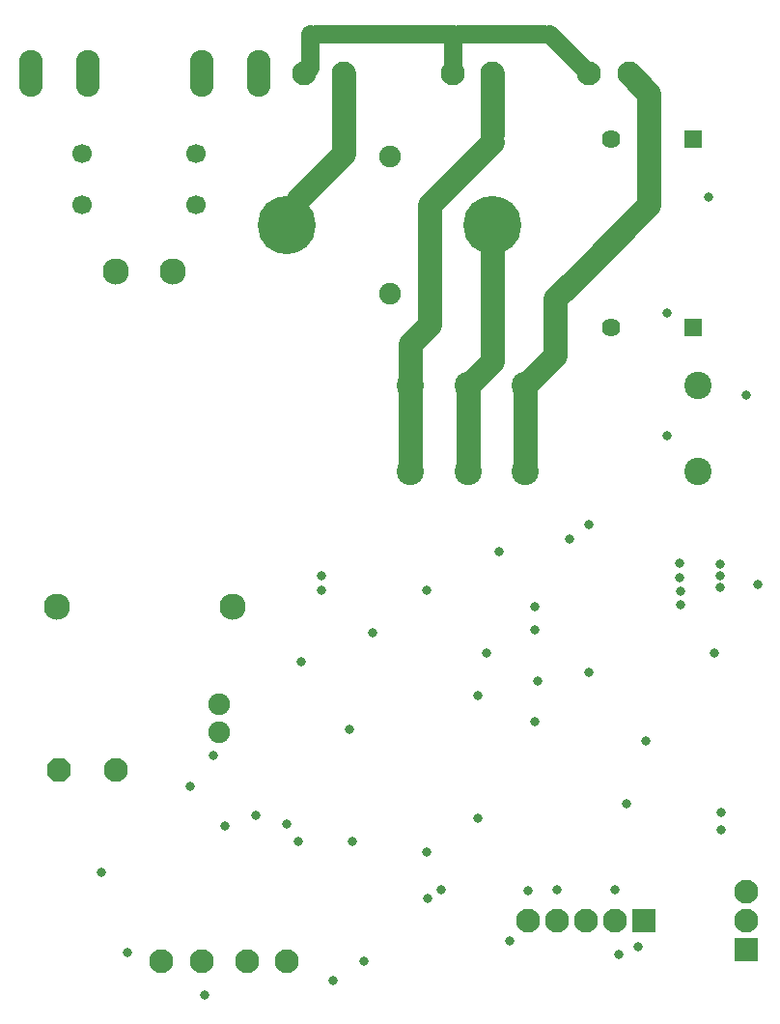
<source format=gbs>
G04 Layer_Color=16711935*
%FSLAX25Y25*%
%MOIN*%
G70*
G01*
G75*
%ADD52C,0.09055*%
%ADD79C,0.08268*%
%ADD80R,0.08268X0.08268*%
%ADD81R,0.08268X0.08268*%
%ADD82O,0.08268X0.16142*%
%ADD83R,0.06394X0.06394*%
%ADD84C,0.06394*%
%ADD85C,0.20079*%
%ADD86C,0.07480*%
%ADD87C,0.06693*%
%ADD88P,0.08949X8X22.5*%
%ADD89C,0.09449*%
%ADD90C,0.03150*%
%ADD91C,0.08268*%
%ADD92C,0.06299*%
D52*
X18898Y137008D02*
D03*
X79528D02*
D03*
X39370Y252756D02*
D03*
X59055D02*
D03*
D79*
X68898Y14764D02*
D03*
X55118D02*
D03*
X201772Y28543D02*
D03*
X211772D02*
D03*
X191772D02*
D03*
X181772D02*
D03*
X256890D02*
D03*
Y38543D02*
D03*
X98425Y14764D02*
D03*
X84646D02*
D03*
X202756Y320866D02*
D03*
X216535D02*
D03*
X155512D02*
D03*
X169291D02*
D03*
X104331D02*
D03*
X118110D02*
D03*
X39370Y80709D02*
D03*
D80*
X221772Y28543D02*
D03*
D81*
X256890Y18543D02*
D03*
D82*
X88583Y320866D02*
D03*
X68898D02*
D03*
X29528D02*
D03*
X9843D02*
D03*
D83*
X238779Y233465D02*
D03*
Y298425D02*
D03*
D84*
X210434Y233464D02*
D03*
Y298425D02*
D03*
D85*
X169291Y268701D02*
D03*
X98425D02*
D03*
D86*
X133858Y245079D02*
D03*
Y292323D02*
D03*
X74803Y93504D02*
D03*
Y103347D02*
D03*
D87*
X27559Y275590D02*
D03*
X66929D02*
D03*
X27559Y293307D02*
D03*
X66929D02*
D03*
D88*
X19685Y80709D02*
D03*
D89*
X160945Y183543D02*
D03*
X180787D02*
D03*
X240315Y213307D02*
D03*
Y183543D02*
D03*
X141102D02*
D03*
X180787Y213307D02*
D03*
X160945D02*
D03*
X141102D02*
D03*
D90*
X164370Y63976D02*
D03*
X102362Y56102D02*
D03*
X121063D02*
D03*
X146850Y36220D02*
D03*
X151575Y39370D02*
D03*
X69882Y2953D02*
D03*
X114173Y7874D02*
D03*
X202756Y165354D02*
D03*
X195866Y160433D02*
D03*
X229528Y196063D02*
D03*
X127953Y127953D02*
D03*
X260827Y144473D02*
D03*
X257087Y209842D02*
D03*
X110256Y142736D02*
D03*
X185039Y111221D02*
D03*
X146653Y142717D02*
D03*
X110236Y147638D02*
D03*
X171555Y155905D02*
D03*
X191772Y39213D02*
D03*
X211772D02*
D03*
X181772Y39055D02*
D03*
X246063Y121063D02*
D03*
X184055Y128937D02*
D03*
Y136811D02*
D03*
X64961Y74803D02*
D03*
X72835Y85630D02*
D03*
X34449Y45276D02*
D03*
X87598Y64961D02*
D03*
X76968Y61221D02*
D03*
X175197Y21654D02*
D03*
X98425Y62008D02*
D03*
X120079Y94488D02*
D03*
X103347Y118110D02*
D03*
X146653Y52165D02*
D03*
X184055Y97441D02*
D03*
X164370Y106299D02*
D03*
X222441Y90551D02*
D03*
X202756Y114173D02*
D03*
X167323Y121063D02*
D03*
X43307Y17717D02*
D03*
X125000Y14764D02*
D03*
X215551Y68898D02*
D03*
X212913Y17047D02*
D03*
X219488Y19685D02*
D03*
X248425Y59842D02*
D03*
Y65945D02*
D03*
X229528Y238189D02*
D03*
X108268Y334646D02*
D03*
X118110D02*
D03*
X127953D02*
D03*
X137795D02*
D03*
X147638D02*
D03*
X157480D02*
D03*
X167323D02*
D03*
X177165D02*
D03*
X187008D02*
D03*
X196850Y326772D02*
D03*
X118110Y314567D02*
D03*
Y307087D02*
D03*
Y299213D02*
D03*
X114961Y290158D02*
D03*
X107087Y282283D02*
D03*
X155512Y283465D02*
D03*
X147638Y275591D02*
D03*
Y264567D02*
D03*
Y254331D02*
D03*
X147244Y244094D02*
D03*
X144882Y231102D02*
D03*
X140551Y221654D02*
D03*
X141102Y198425D02*
D03*
X160945Y198031D02*
D03*
X168898Y222441D02*
D03*
X169291Y230709D02*
D03*
Y244094D02*
D03*
Y253543D02*
D03*
X244094Y278346D02*
D03*
X248031Y151575D02*
D03*
Y143701D02*
D03*
Y147638D02*
D03*
X234154Y137795D02*
D03*
Y142323D02*
D03*
X234055Y146949D02*
D03*
X233858Y151969D02*
D03*
X169291Y300000D02*
D03*
Y314961D02*
D03*
Y307480D02*
D03*
X164567Y292520D02*
D03*
X222146Y316339D02*
D03*
X222441Y307087D02*
D03*
Y299213D02*
D03*
Y289370D02*
D03*
Y280512D02*
D03*
X220472Y272638D02*
D03*
X212598Y265748D02*
D03*
X205709Y258858D02*
D03*
X198819Y250984D02*
D03*
X191929Y244094D02*
D03*
Y235236D02*
D03*
Y225394D02*
D03*
X187008Y219488D02*
D03*
X180787Y196850D02*
D03*
X106299Y327756D02*
D03*
X155512Y328740D02*
D03*
D91*
X160945Y198031D02*
Y213307D01*
X118110Y314567D02*
Y320866D01*
Y307087D02*
Y314567D01*
Y293307D02*
Y299213D01*
Y307087D01*
X114961Y290158D02*
X118110Y293307D01*
X102362Y277559D02*
X107087Y282283D01*
X114961Y290158D01*
X160945Y213307D02*
X169291Y221654D01*
X147638Y254331D02*
Y264567D01*
X141102Y183543D02*
Y198425D01*
X160945Y183543D02*
Y198031D01*
X169291Y230709D02*
Y244094D01*
Y253543D01*
Y268701D01*
X147638Y264567D02*
Y275590D01*
X169291Y314961D02*
Y320866D01*
Y300000D02*
Y307480D01*
Y314961D01*
X180787Y183543D02*
Y196850D01*
X169291Y221654D02*
Y230709D01*
X180787Y196850D02*
Y213307D01*
X216535Y320866D02*
X223425Y313976D01*
Y307087D02*
Y313976D01*
Y289370D02*
Y307087D01*
Y275590D02*
Y289370D01*
X198819Y250984D02*
X223425Y275590D01*
X191043Y243209D02*
X198819Y250984D01*
X191043Y223622D02*
Y243209D01*
X180787Y213366D02*
X191043Y223622D01*
X141102Y198425D02*
Y213307D01*
X147638Y275590D02*
X169291Y297244D01*
X147638Y234252D02*
Y254331D01*
X141102Y213307D02*
Y227717D01*
X147638Y234252D01*
D92*
X108268Y334646D02*
X118110D01*
X127953D01*
X137795D01*
X147638D01*
X155512D01*
X157480D02*
X167323D01*
X177165D01*
X187008D01*
X188976D02*
X196850Y326772D01*
X202756Y320866D01*
X106299Y322835D02*
Y327756D01*
X155512Y320866D02*
Y328740D01*
X106299Y327756D02*
Y334646D01*
X155512Y328740D02*
Y334646D01*
M02*

</source>
